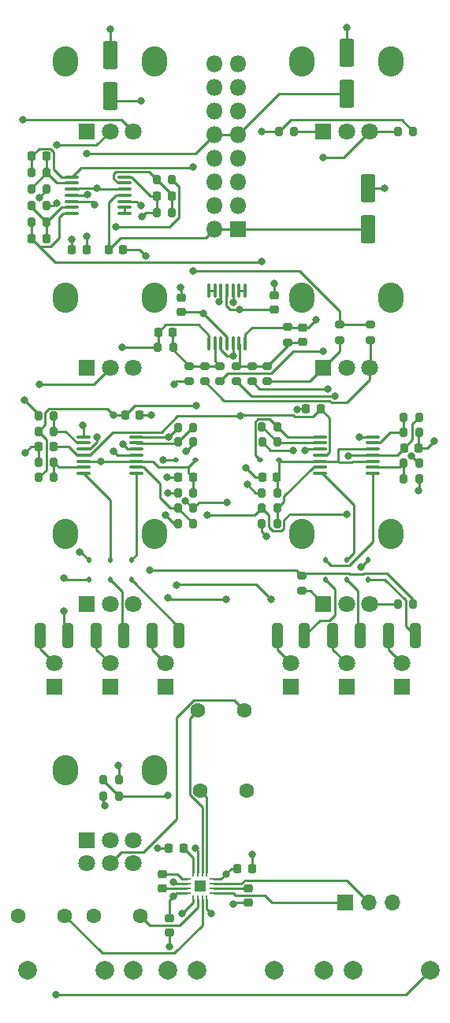
<source format=gbr>
%TF.GenerationSoftware,KiCad,Pcbnew,8.0.7*%
%TF.CreationDate,2025-01-10T16:02:56-05:00*%
%TF.ProjectId,output module,6f757470-7574-4206-9d6f-64756c652e6b,B*%
%TF.SameCoordinates,Original*%
%TF.FileFunction,Copper,L4,Bot*%
%TF.FilePolarity,Positive*%
%FSLAX46Y46*%
G04 Gerber Fmt 4.6, Leading zero omitted, Abs format (unit mm)*
G04 Created by KiCad (PCBNEW 8.0.7) date 2025-01-10 16:02:56*
%MOMM*%
%LPD*%
G01*
G04 APERTURE LIST*
G04 Aperture macros list*
%AMRoundRect*
0 Rectangle with rounded corners*
0 $1 Rounding radius*
0 $2 $3 $4 $5 $6 $7 $8 $9 X,Y pos of 4 corners*
0 Add a 4 corners polygon primitive as box body*
4,1,4,$2,$3,$4,$5,$6,$7,$8,$9,$2,$3,0*
0 Add four circle primitives for the rounded corners*
1,1,$1+$1,$2,$3*
1,1,$1+$1,$4,$5*
1,1,$1+$1,$6,$7*
1,1,$1+$1,$8,$9*
0 Add four rect primitives between the rounded corners*
20,1,$1+$1,$2,$3,$4,$5,0*
20,1,$1+$1,$4,$5,$6,$7,0*
20,1,$1+$1,$6,$7,$8,$9,0*
20,1,$1+$1,$8,$9,$2,$3,0*%
G04 Aperture macros list end*
%TA.AperFunction,ComponentPad*%
%ADD10C,1.600000*%
%TD*%
%TA.AperFunction,ComponentPad*%
%ADD11O,2.720000X3.240000*%
%TD*%
%TA.AperFunction,ComponentPad*%
%ADD12R,1.800000X1.800000*%
%TD*%
%TA.AperFunction,ComponentPad*%
%ADD13C,1.800000*%
%TD*%
%TA.AperFunction,ComponentPad*%
%ADD14C,2.000000*%
%TD*%
%TA.AperFunction,SMDPad,CuDef*%
%ADD15RoundRect,0.200000X0.200000X0.275000X-0.200000X0.275000X-0.200000X-0.275000X0.200000X-0.275000X0*%
%TD*%
%TA.AperFunction,ComponentPad*%
%ADD16R,1.700000X1.700000*%
%TD*%
%TA.AperFunction,ComponentPad*%
%ADD17O,1.700000X1.700000*%
%TD*%
%TA.AperFunction,SMDPad,CuDef*%
%ADD18RoundRect,0.200000X-0.200000X-0.275000X0.200000X-0.275000X0.200000X0.275000X-0.200000X0.275000X0*%
%TD*%
%TA.AperFunction,SMDPad,CuDef*%
%ADD19RoundRect,0.200000X0.275000X-0.200000X0.275000X0.200000X-0.275000X0.200000X-0.275000X-0.200000X0*%
%TD*%
%TA.AperFunction,SMDPad,CuDef*%
%ADD20RoundRect,0.112500X0.112500X-0.187500X0.112500X0.187500X-0.112500X0.187500X-0.112500X-0.187500X0*%
%TD*%
%TA.AperFunction,ComponentPad*%
%ADD21O,1.800000X1.800000*%
%TD*%
%TA.AperFunction,SMDPad,CuDef*%
%ADD22RoundRect,0.100000X0.100000X-0.637500X0.100000X0.637500X-0.100000X0.637500X-0.100000X-0.637500X0*%
%TD*%
%TA.AperFunction,SMDPad,CuDef*%
%ADD23RoundRect,0.250000X0.312500X1.075000X-0.312500X1.075000X-0.312500X-1.075000X0.312500X-1.075000X0*%
%TD*%
%TA.AperFunction,SMDPad,CuDef*%
%ADD24RoundRect,0.200000X-0.275000X0.200000X-0.275000X-0.200000X0.275000X-0.200000X0.275000X0.200000X0*%
%TD*%
%TA.AperFunction,SMDPad,CuDef*%
%ADD25RoundRect,0.225000X0.225000X0.250000X-0.225000X0.250000X-0.225000X-0.250000X0.225000X-0.250000X0*%
%TD*%
%TA.AperFunction,SMDPad,CuDef*%
%ADD26RoundRect,0.250000X-0.550000X1.250000X-0.550000X-1.250000X0.550000X-1.250000X0.550000X1.250000X0*%
%TD*%
%TA.AperFunction,SMDPad,CuDef*%
%ADD27RoundRect,0.225000X0.250000X-0.225000X0.250000X0.225000X-0.250000X0.225000X-0.250000X-0.225000X0*%
%TD*%
%TA.AperFunction,SMDPad,CuDef*%
%ADD28RoundRect,0.225000X-0.225000X-0.250000X0.225000X-0.250000X0.225000X0.250000X-0.225000X0.250000X0*%
%TD*%
%TA.AperFunction,SMDPad,CuDef*%
%ADD29RoundRect,0.062500X-0.350000X-0.062500X0.350000X-0.062500X0.350000X0.062500X-0.350000X0.062500X0*%
%TD*%
%TA.AperFunction,SMDPad,CuDef*%
%ADD30RoundRect,0.062500X-0.062500X-0.350000X0.062500X-0.350000X0.062500X0.350000X-0.062500X0.350000X0*%
%TD*%
%TA.AperFunction,SMDPad,CuDef*%
%ADD31R,1.230000X1.230000*%
%TD*%
%TA.AperFunction,SMDPad,CuDef*%
%ADD32RoundRect,0.100000X-0.637500X-0.100000X0.637500X-0.100000X0.637500X0.100000X-0.637500X0.100000X0*%
%TD*%
%TA.AperFunction,SMDPad,CuDef*%
%ADD33RoundRect,0.250000X0.550000X-1.250000X0.550000X1.250000X-0.550000X1.250000X-0.550000X-1.250000X0*%
%TD*%
%TA.AperFunction,SMDPad,CuDef*%
%ADD34RoundRect,0.100000X0.637500X0.100000X-0.637500X0.100000X-0.637500X-0.100000X0.637500X-0.100000X0*%
%TD*%
%TA.AperFunction,SMDPad,CuDef*%
%ADD35RoundRect,0.112500X0.187500X0.112500X-0.187500X0.112500X-0.187500X-0.112500X0.187500X-0.112500X0*%
%TD*%
%TA.AperFunction,SMDPad,CuDef*%
%ADD36RoundRect,0.225000X-0.250000X0.225000X-0.250000X-0.225000X0.250000X-0.225000X0.250000X0.225000X0*%
%TD*%
%TA.AperFunction,ViaPad*%
%ADD37C,0.800000*%
%TD*%
%TA.AperFunction,Conductor*%
%ADD38C,0.250000*%
%TD*%
G04 APERTURE END LIST*
D10*
%TO.P,C7,1*%
%TO.N,GND*%
X98766000Y-135890000D03*
%TO.P,C7,2*%
%TO.N,Net-(U2-INR-)*%
X93766000Y-135890000D03*
%TD*%
%TO.P,C6,1*%
%TO.N,Net-(C6-Pad1)*%
X98512000Y-127254000D03*
%TO.P,C6,2*%
%TO.N,Net-(U2-INR+)*%
X93512000Y-127254000D03*
%TD*%
%TO.P,C5,1*%
%TO.N,GND*%
X74208000Y-149352000D03*
%TO.P,C5,2*%
%TO.N,Net-(U2-INL-)*%
X79208000Y-149352000D03*
%TD*%
D11*
%TO.P,RV2,*%
%TO.N,*%
X79274000Y-82924000D03*
X88874000Y-82924000D03*
D12*
%TO.P,RV2,1,1*%
%TO.N,GND*%
X81574000Y-90424000D03*
D13*
%TO.P,RV2,2,2*%
%TO.N,Net-(R3-Pad1)*%
X84074000Y-90424000D03*
%TO.P,RV2,3,3*%
%TO.N,Net-(J2-PadT)*%
X86574000Y-90424000D03*
%TD*%
D11*
%TO.P,RV6,*%
%TO.N,*%
X104674000Y-82924000D03*
X114274000Y-82924000D03*
D12*
%TO.P,RV6,1,1*%
%TO.N,chan_2_right*%
X106974000Y-90424000D03*
D13*
%TO.P,RV6,2,2*%
%TO.N,GND*%
X109474000Y-90424000D03*
%TO.P,RV6,3,3*%
%TO.N,chan_2_left*%
X111974000Y-90424000D03*
%TD*%
D12*
%TO.P,D14,1,K*%
%TO.N,GND*%
X78105000Y-124714000D03*
D13*
%TO.P,D14,2,A*%
%TO.N,Net-(D14-A)*%
X78105000Y-122174000D03*
%TD*%
D11*
%TO.P,RV1,*%
%TO.N,*%
X79274000Y-57524000D03*
X88874000Y-57524000D03*
D12*
%TO.P,RV1,1,1*%
%TO.N,GND*%
X81574000Y-65024000D03*
D13*
%TO.P,RV1,2,2*%
%TO.N,Net-(R1-Pad1)*%
X84074000Y-65024000D03*
%TO.P,RV1,3,3*%
%TO.N,Net-(J1-PadT)*%
X86574000Y-65024000D03*
%TD*%
D12*
%TO.P,D13,1,K*%
%TO.N,GND*%
X84074000Y-124714000D03*
D13*
%TO.P,D13,2,A*%
%TO.N,Net-(D13-A)*%
X84074000Y-122174000D03*
%TD*%
D14*
%TO.P,J2,S*%
%TO.N,GND*%
X90294000Y-155194000D03*
%TO.P,J2,T*%
%TO.N,Net-(J2-PadT)*%
X101694000Y-155194000D03*
%TO.P,J2,TN*%
%TO.N,unconnected-(J2-PadTN)*%
X93394000Y-155194000D03*
%TD*%
D11*
%TO.P,RV7,*%
%TO.N,*%
X104674000Y-108324000D03*
X114274000Y-108324000D03*
D12*
%TO.P,RV7,1,1*%
%TO.N,chan_3_right*%
X106974000Y-115824000D03*
D13*
%TO.P,RV7,2,2*%
%TO.N,GND*%
X109474000Y-115824000D03*
%TO.P,RV7,3,3*%
%TO.N,chan_3_left*%
X111974000Y-115824000D03*
%TD*%
D14*
%TO.P,J3,S*%
%TO.N,GND*%
X107091000Y-155194000D03*
%TO.P,J3,T*%
%TO.N,Net-(J3-PadT)*%
X118491000Y-155194000D03*
%TO.P,J3,TN*%
%TO.N,unconnected-(J3-PadTN)*%
X110191000Y-155194000D03*
%TD*%
D11*
%TO.P,RV3,*%
%TO.N,*%
X79274000Y-108324000D03*
X88874000Y-108324000D03*
D12*
%TO.P,RV3,1,1*%
%TO.N,GND*%
X81574000Y-115824000D03*
D13*
%TO.P,RV3,2,2*%
%TO.N,Net-(R2-Pad1)*%
X84074000Y-115824000D03*
%TO.P,RV3,3,3*%
%TO.N,Net-(J3-PadT)*%
X86574000Y-115824000D03*
%TD*%
D11*
%TO.P,RV4,*%
%TO.N,*%
X79324000Y-133724000D03*
X88824000Y-133724000D03*
D12*
%TO.P,RV4,1,1*%
%TO.N,GND*%
X81574000Y-141224000D03*
D13*
%TO.P,RV4,2,2*%
%TO.N,Net-(C4-Pad1)*%
X84074000Y-141224000D03*
%TO.P,RV4,3,3*%
%TO.N,left_mix*%
X86574000Y-141224000D03*
%TO.P,RV4,4,4*%
%TO.N,GND*%
X81574000Y-143724000D03*
%TO.P,RV4,5,5*%
%TO.N,Net-(C6-Pad1)*%
X84074000Y-143724000D03*
%TO.P,RV4,6,6*%
%TO.N,right_mix*%
X86574000Y-143724000D03*
%TD*%
D14*
%TO.P,J1,S*%
%TO.N,GND*%
X86584000Y-155194000D03*
%TO.P,J1,T*%
%TO.N,Net-(J1-PadT)*%
X75184000Y-155194000D03*
%TO.P,J1,TN*%
%TO.N,unconnected-(J1-PadTN)*%
X83484000Y-155194000D03*
%TD*%
D12*
%TO.P,D5,1,K*%
%TO.N,GND*%
X103505000Y-124714000D03*
D13*
%TO.P,D5,2,A*%
%TO.N,Net-(D5-A)*%
X103505000Y-122174000D03*
%TD*%
D12*
%TO.P,D12,1,K*%
%TO.N,GND*%
X90043000Y-124714000D03*
D13*
%TO.P,D12,2,A*%
%TO.N,Net-(D12-A)*%
X90043000Y-122174000D03*
%TD*%
D12*
%TO.P,D7,1,K*%
%TO.N,GND*%
X115443000Y-124714000D03*
D13*
%TO.P,D7,2,A*%
%TO.N,Net-(D7-A)*%
X115443000Y-122174000D03*
%TD*%
D12*
%TO.P,D6,1,K*%
%TO.N,GND*%
X109474000Y-124714000D03*
D13*
%TO.P,D6,2,A*%
%TO.N,Net-(D6-A)*%
X109474000Y-122174000D03*
%TD*%
D15*
%TO.P,R27,1*%
%TO.N,Net-(U4C--)*%
X102044000Y-107188000D03*
%TO.P,R27,2*%
%TO.N,GND*%
X100394000Y-107188000D03*
%TD*%
D16*
%TO.P,J4,1,Pin_1*%
%TO.N,left_out*%
X109362000Y-147955000D03*
D17*
%TO.P,J4,2,Pin_2*%
%TO.N,right_out*%
X111902000Y-147955000D03*
%TO.P,J4,3,Pin_3*%
%TO.N,GND*%
X114442000Y-147955000D03*
%TD*%
D18*
%TO.P,R26,1*%
%TO.N,GND*%
X100419400Y-98425000D03*
%TO.P,R26,2*%
%TO.N,Net-(U4D--)*%
X102069400Y-98425000D03*
%TD*%
D19*
%TO.P,R16,1*%
%TO.N,chan_2_left*%
X94234000Y-91896000D03*
%TO.P,R16,2*%
%TO.N,Net-(U5B--)*%
X94234000Y-90246000D03*
%TD*%
%TO.P,R19,1*%
%TO.N,chan_2_right*%
X100965000Y-91884000D03*
%TO.P,R19,2*%
%TO.N,Net-(U5A--)*%
X100965000Y-90234000D03*
%TD*%
D15*
%TO.P,R39,1*%
%TO.N,Net-(U3C--)*%
X78041000Y-100584000D03*
%TO.P,R39,2*%
%TO.N,GND*%
X76391000Y-100584000D03*
%TD*%
D20*
%TO.P,D4,1,K*%
%TO.N,Net-(D4-K)*%
X107188000Y-113191000D03*
%TO.P,D4,2,A*%
%TO.N,Net-(D4-A)*%
X107188000Y-111091000D03*
%TD*%
D12*
%TO.P,J6,1,-12V*%
%TO.N,-12V*%
X97790000Y-75565000D03*
D21*
%TO.P,J6,2,-12V*%
X95250000Y-75565000D03*
%TO.P,J6,3,gnd*%
%TO.N,GND*%
X97790000Y-73025000D03*
%TO.P,J6,4,gnd*%
X95250000Y-73025000D03*
%TO.P,J6,5,gnd*%
X97790000Y-70485000D03*
%TO.P,J6,6,gnd*%
X95250000Y-70485000D03*
%TO.P,J6,7,gnd*%
X97790000Y-67945000D03*
%TO.P,J6,8,gnd*%
X95250000Y-67945000D03*
%TO.P,J6,9,+12V*%
%TO.N,+12V*%
X97790000Y-65405000D03*
%TO.P,J6,10,+12V*%
X95250000Y-65405000D03*
%TO.P,J6,11,+5V*%
%TO.N,+5V*%
X97790000Y-62865000D03*
%TO.P,J6,12,+5V*%
X95250000Y-62865000D03*
%TO.P,J6,13,cv*%
%TO.N,unconnected-(J6-cv-Pad13)*%
X97790000Y-60325000D03*
%TO.P,J6,14,cv*%
%TO.N,unconnected-(J6-cv-Pad14)*%
X95252858Y-60325000D03*
%TO.P,J6,15,gate*%
%TO.N,unconnected-(J6-gate-Pad15)*%
X97790000Y-57785000D03*
%TO.P,J6,16,gate*%
%TO.N,unconnected-(J6-gate-Pad16)*%
X95250000Y-57785000D03*
%TD*%
D18*
%TO.P,R46,1*%
%TO.N,GND*%
X91377000Y-103886000D03*
%TO.P,R46,2*%
%TO.N,left_peak*%
X93027000Y-103886000D03*
%TD*%
D22*
%TO.P,U5,1*%
%TO.N,right_mix*%
X98597000Y-87825500D03*
%TO.P,U5,2,-*%
%TO.N,Net-(U5A--)*%
X97947000Y-87825500D03*
%TO.P,U5,3,+*%
%TO.N,GND*%
X97297000Y-87825500D03*
%TO.P,U5,4,V+*%
%TO.N,+12V*%
X96647000Y-87825500D03*
%TO.P,U5,5,+*%
%TO.N,GND*%
X95997000Y-87825500D03*
%TO.P,U5,6,-*%
%TO.N,Net-(U5B--)*%
X95347000Y-87825500D03*
%TO.P,U5,7*%
%TO.N,left_mix*%
X94697000Y-87825500D03*
%TO.P,U5,8*%
%TO.N,Net-(U5C--)*%
X94697000Y-82100500D03*
%TO.P,U5,9,-*%
X95347000Y-82100500D03*
%TO.P,U5,10,+*%
%TO.N,GND*%
X95997000Y-82100500D03*
%TO.P,U5,11,V-*%
%TO.N,-12V*%
X96647000Y-82100500D03*
%TO.P,U5,12,+*%
%TO.N,GND*%
X97297000Y-82100500D03*
%TO.P,U5,13,-*%
%TO.N,Net-(U5D--)*%
X97947000Y-82100500D03*
%TO.P,U5,14*%
X98597000Y-82100500D03*
%TD*%
D23*
%TO.P,R33,1*%
%TO.N,Net-(D3-K)*%
X116905500Y-119253000D03*
%TO.P,R33,2*%
%TO.N,Net-(D7-A)*%
X113980500Y-119253000D03*
%TD*%
D24*
%TO.P,R11,1*%
%TO.N,chan_2*%
X112014000Y-85789000D03*
%TO.P,R11,2*%
%TO.N,chan_2_left*%
X112014000Y-87439000D03*
%TD*%
D25*
%TO.P,C2,1*%
%TO.N,Net-(U1C--)*%
X90691000Y-72009000D03*
%TO.P,C2,2*%
%TO.N,chan_3*%
X89141000Y-72009000D03*
%TD*%
D23*
%TO.P,R31,1*%
%TO.N,Net-(D4-K)*%
X104967500Y-119253000D03*
%TO.P,R31,2*%
%TO.N,Net-(D5-A)*%
X102042500Y-119253000D03*
%TD*%
D26*
%TO.P,C23,1*%
%TO.N,GND*%
X111810800Y-71129800D03*
%TO.P,C23,2*%
%TO.N,-12V*%
X111810800Y-75529800D03*
%TD*%
D24*
%TO.P,R14,1*%
%TO.N,chan_3*%
X104648000Y-112776000D03*
%TO.P,R14,2*%
%TO.N,chan_3_right*%
X104648000Y-114426000D03*
%TD*%
D20*
%TO.P,D9,1,K*%
%TO.N,Net-(D9-K)*%
X84074000Y-113191000D03*
%TO.P,D9,2,A*%
%TO.N,Net-(D9-A)*%
X84074000Y-111091000D03*
%TD*%
D15*
%TO.P,R8,1*%
%TO.N,SHDN*%
X85026000Y-136495000D03*
%TO.P,R8,2*%
%TO.N,GND*%
X83376000Y-136495000D03*
%TD*%
D19*
%TO.P,R22,1*%
%TO.N,Net-(U5A--)*%
X103124000Y-87693000D03*
%TO.P,R22,2*%
%TO.N,right_mix*%
X103124000Y-86043000D03*
%TD*%
D15*
%TO.P,R7,1*%
%TO.N,+5V*%
X85026000Y-134747000D03*
%TO.P,R7,2*%
%TO.N,SHDN*%
X83376000Y-134747000D03*
%TD*%
%TO.P,R35,1*%
%TO.N,Net-(U3C--)*%
X78041000Y-102235000D03*
%TO.P,R35,2*%
%TO.N,+12V*%
X76391000Y-102235000D03*
%TD*%
%TO.P,R40,1*%
%TO.N,Net-(U3D--)*%
X78041000Y-95631000D03*
%TO.P,R40,2*%
%TO.N,GND*%
X76391000Y-95631000D03*
%TD*%
D27*
%TO.P,C14,1*%
%TO.N,Net-(U5A--)*%
X104775000Y-87643000D03*
%TO.P,C14,2*%
%TO.N,right_mix*%
X104775000Y-86093000D03*
%TD*%
D19*
%TO.P,R20,1*%
%TO.N,chan_3_right*%
X99314000Y-91884000D03*
%TO.P,R20,2*%
%TO.N,Net-(U5A--)*%
X99314000Y-90234000D03*
%TD*%
D28*
%TO.P,C10,1*%
%TO.N,+5V*%
X97764000Y-144272000D03*
%TO.P,C10,2*%
%TO.N,GND*%
X99314000Y-144272000D03*
%TD*%
D15*
%TO.P,R23,1*%
%TO.N,Net-(U4C--)*%
X102044000Y-105537000D03*
%TO.P,R23,2*%
%TO.N,+12V*%
X100394000Y-105537000D03*
%TD*%
D25*
%TO.P,C13,1*%
%TO.N,Net-(U5B--)*%
X90818000Y-86614000D03*
%TO.P,C13,2*%
%TO.N,left_mix*%
X89268000Y-86614000D03*
%TD*%
D15*
%TO.P,R2,1*%
%TO.N,Net-(R2-Pad1)*%
X90741000Y-70231000D03*
%TO.P,R2,2*%
%TO.N,Net-(U1C--)*%
X89091000Y-70231000D03*
%TD*%
D28*
%TO.P,C24,1*%
%TO.N,+12V*%
X115684000Y-99060000D03*
%TO.P,C24,2*%
%TO.N,GND*%
X117234000Y-99060000D03*
%TD*%
D20*
%TO.P,D11,1,K*%
%TO.N,Net-(D11-K)*%
X86360000Y-113191000D03*
%TO.P,D11,2,A*%
%TO.N,Net-(D11-A)*%
X86360000Y-111091000D03*
%TD*%
D23*
%TO.P,R43,1*%
%TO.N,Net-(D11-K)*%
X91505500Y-119253000D03*
%TO.P,R43,2*%
%TO.N,Net-(D12-A)*%
X88580500Y-119253000D03*
%TD*%
D19*
%TO.P,R18,1*%
%TO.N,chan_1_right*%
X97663000Y-91884000D03*
%TO.P,R18,2*%
%TO.N,Net-(U5A--)*%
X97663000Y-90234000D03*
%TD*%
D18*
%TO.P,R28,1*%
%TO.N,Net-(U4A--)*%
X115634000Y-97409000D03*
%TO.P,R28,2*%
%TO.N,GND*%
X117284000Y-97409000D03*
%TD*%
D15*
%TO.P,R13,1*%
%TO.N,chan_3*%
X116649000Y-115824000D03*
%TO.P,R13,2*%
%TO.N,chan_3_left*%
X114999000Y-115824000D03*
%TD*%
D19*
%TO.P,R17,1*%
%TO.N,chan_3_left*%
X92583000Y-91884000D03*
%TO.P,R17,2*%
%TO.N,Net-(U5B--)*%
X92583000Y-90234000D03*
%TD*%
D18*
%TO.P,R10,1*%
%TO.N,chan_1*%
X102222800Y-65049400D03*
%TO.P,R10,2*%
%TO.N,chan_1_right*%
X103872800Y-65049400D03*
%TD*%
D29*
%TO.P,U2,1,PVDD*%
%TO.N,+5V*%
X92288500Y-146927000D03*
%TO.P,U2,2,C1P*%
%TO.N,Net-(U2-C1P)*%
X92288500Y-146427000D03*
%TO.P,U2,3,PGND*%
%TO.N,GND*%
X92288500Y-145927000D03*
%TO.P,U2,4,C1N*%
%TO.N,Net-(U2-C1N)*%
X92288500Y-145427000D03*
D30*
%TO.P,U2,5,PVSS*%
%TO.N,Net-(U2-PVSS)*%
X92976000Y-144739500D03*
%TO.P,U2,6,SGND*%
%TO.N,GND*%
X93476000Y-144739500D03*
%TO.P,U2,7,INR+*%
%TO.N,Net-(U2-INR+)*%
X93976000Y-144739500D03*
%TO.P,U2,8,INR-*%
%TO.N,Net-(U2-INR-)*%
X94476000Y-144739500D03*
D29*
%TO.P,U2,9,SVDD2*%
%TO.N,+5V*%
X95163500Y-145427000D03*
%TO.P,U2,10,OUTR*%
%TO.N,right_out*%
X95163500Y-145927000D03*
%TO.P,U2,11,BIAS*%
%TO.N,Net-(U2-BIAS)*%
X95163500Y-146427000D03*
%TO.P,U2,12,OUTL*%
%TO.N,left_out*%
X95163500Y-146927000D03*
D30*
%TO.P,U2,13,SVDD*%
%TO.N,+5V*%
X94476000Y-147614500D03*
%TO.P,U2,14,INL-*%
%TO.N,Net-(U2-INL-)*%
X93976000Y-147614500D03*
%TO.P,U2,15,INL+*%
%TO.N,Net-(U2-INL+)*%
X93476000Y-147614500D03*
%TO.P,U2,16,SHDN*%
%TO.N,SHDN*%
X92976000Y-147614500D03*
D31*
%TO.P,U2,17*%
%TO.N,N/C*%
X93726000Y-146177000D03*
%TD*%
D32*
%TO.P,U1,1*%
%TO.N,chan_1*%
X79941500Y-73832000D03*
%TO.P,U1,2,-*%
%TO.N,Net-(U1A--)*%
X79941500Y-73182000D03*
%TO.P,U1,3,+*%
%TO.N,GND*%
X79941500Y-72532000D03*
%TO.P,U1,4,V+*%
%TO.N,+12V*%
X79941500Y-71882000D03*
%TO.P,U1,5,+*%
%TO.N,GND*%
X79941500Y-71232000D03*
%TO.P,U1,6,-*%
%TO.N,Net-(U1B--)*%
X79941500Y-70582000D03*
%TO.P,U1,7*%
%TO.N,chan_2*%
X79941500Y-69932000D03*
%TO.P,U1,8*%
%TO.N,chan_3*%
X85666500Y-69932000D03*
%TO.P,U1,9,-*%
%TO.N,Net-(U1C--)*%
X85666500Y-70582000D03*
%TO.P,U1,10,+*%
%TO.N,GND*%
X85666500Y-71232000D03*
%TO.P,U1,11,V-*%
%TO.N,-12V*%
X85666500Y-71882000D03*
%TO.P,U1,12,+*%
%TO.N,GND*%
X85666500Y-72532000D03*
%TO.P,U1,13,-*%
%TO.N,Net-(U1D--)*%
X85666500Y-73182000D03*
%TO.P,U1,14*%
X85666500Y-73832000D03*
%TD*%
D20*
%TO.P,D2,1,K*%
%TO.N,Net-(D2-K)*%
X109474000Y-113191000D03*
%TO.P,D2,2,A*%
%TO.N,Net-(D2-A)*%
X109474000Y-111091000D03*
%TD*%
D15*
%TO.P,R41,1*%
%TO.N,Net-(U3B--)*%
X93027000Y-107188000D03*
%TO.P,R41,2*%
%TO.N,GND*%
X91377000Y-107188000D03*
%TD*%
D18*
%TO.P,R25,1*%
%TO.N,Net-(U4B--)*%
X115634000Y-100711000D03*
%TO.P,R25,2*%
%TO.N,+5V*%
X117284000Y-100711000D03*
%TD*%
D33*
%TO.P,C21,1*%
%TO.N,+12V*%
X109474000Y-61001000D03*
%TO.P,C21,2*%
%TO.N,GND*%
X109474000Y-56601000D03*
%TD*%
D28*
%TO.P,C25,1*%
%TO.N,GND*%
X105143000Y-94869000D03*
%TO.P,C25,2*%
%TO.N,-12V*%
X106693000Y-94869000D03*
%TD*%
D15*
%TO.P,R38,1*%
%TO.N,GND*%
X93027000Y-98425000D03*
%TO.P,R38,2*%
%TO.N,Net-(U3A--)*%
X91377000Y-98425000D03*
%TD*%
D25*
%TO.P,C9,1*%
%TO.N,Net-(U2-PVSS)*%
X91961000Y-142113000D03*
%TO.P,C9,2*%
%TO.N,GND*%
X90411000Y-142113000D03*
%TD*%
D20*
%TO.P,D3,1,K*%
%TO.N,Net-(D3-K)*%
X111760000Y-113191000D03*
%TO.P,D3,2,A*%
%TO.N,Net-(D3-A)*%
X111760000Y-111091000D03*
%TD*%
D34*
%TO.P,U4,1*%
%TO.N,Net-(D3-A)*%
X112336500Y-97872000D03*
%TO.P,U4,2,-*%
%TO.N,Net-(U4A--)*%
X112336500Y-98522000D03*
%TO.P,U4,3,+*%
%TO.N,right_peak*%
X112336500Y-99172000D03*
%TO.P,U4,4,V+*%
%TO.N,+12V*%
X112336500Y-99822000D03*
%TO.P,U4,5,+*%
%TO.N,right_peak*%
X112336500Y-100472000D03*
%TO.P,U4,6,-*%
%TO.N,Net-(U4B--)*%
X112336500Y-101122000D03*
%TO.P,U4,7*%
%TO.N,Net-(D4-A)*%
X112336500Y-101772000D03*
%TO.P,U4,8*%
%TO.N,Net-(D2-A)*%
X106611500Y-101772000D03*
%TO.P,U4,9,-*%
%TO.N,Net-(U4C--)*%
X106611500Y-101122000D03*
%TO.P,U4,10,+*%
%TO.N,right_peak*%
X106611500Y-100472000D03*
%TO.P,U4,11,V-*%
%TO.N,-12V*%
X106611500Y-99822000D03*
%TO.P,U4,12,+*%
%TO.N,right_mix*%
X106611500Y-99172000D03*
%TO.P,U4,13,-*%
%TO.N,Net-(U4D--)*%
X106611500Y-98522000D03*
%TO.P,U4,14*%
%TO.N,Net-(D1-A)*%
X106611500Y-97872000D03*
%TD*%
D18*
%TO.P,R30,1*%
%TO.N,Net-(U4D--)*%
X100394000Y-96748600D03*
%TO.P,R30,2*%
%TO.N,Net-(D1-A)*%
X102044000Y-96748600D03*
%TD*%
D23*
%TO.P,R44,1*%
%TO.N,Net-(D9-K)*%
X85536500Y-119253000D03*
%TO.P,R44,2*%
%TO.N,Net-(D13-A)*%
X82611500Y-119253000D03*
%TD*%
D33*
%TO.P,C22,1*%
%TO.N,+5V*%
X84074000Y-61255000D03*
%TO.P,C22,2*%
%TO.N,GND*%
X84074000Y-56855000D03*
%TD*%
D25*
%TO.P,C18,1*%
%TO.N,GND*%
X85484000Y-77724000D03*
%TO.P,C18,2*%
%TO.N,-12V*%
X83934000Y-77724000D03*
%TD*%
D24*
%TO.P,R12,1*%
%TO.N,chan_2*%
X108712000Y-85789000D03*
%TO.P,R12,2*%
%TO.N,chan_2_right*%
X108712000Y-87439000D03*
%TD*%
D15*
%TO.P,R5,1*%
%TO.N,Net-(U1C--)*%
X90741000Y-73787000D03*
%TO.P,R5,2*%
%TO.N,chan_3*%
X89091000Y-73787000D03*
%TD*%
D35*
%TO.P,D8,1,K*%
%TO.N,left_peak*%
X93252000Y-100330000D03*
%TO.P,D8,2,A*%
%TO.N,Net-(D8-A)*%
X91152000Y-100330000D03*
%TD*%
D25*
%TO.P,C1,1*%
%TO.N,Net-(U1A--)*%
X77229000Y-76581000D03*
%TO.P,C1,2*%
%TO.N,chan_1*%
X75679000Y-76581000D03*
%TD*%
D18*
%TO.P,R37,1*%
%TO.N,Net-(U3B--)*%
X91377000Y-105537000D03*
%TO.P,R37,2*%
%TO.N,+5V*%
X93027000Y-105537000D03*
%TD*%
D27*
%TO.P,C19,1*%
%TO.N,+12V*%
X91694000Y-84468000D03*
%TO.P,C19,2*%
%TO.N,GND*%
X91694000Y-82918000D03*
%TD*%
D34*
%TO.P,U3,1*%
%TO.N,Net-(D8-A)*%
X86936500Y-97872000D03*
%TO.P,U3,2,-*%
%TO.N,Net-(U3A--)*%
X86936500Y-98522000D03*
%TO.P,U3,3,+*%
%TO.N,left_mix*%
X86936500Y-99172000D03*
%TO.P,U3,4,V+*%
%TO.N,+12V*%
X86936500Y-99822000D03*
%TO.P,U3,5,+*%
%TO.N,left_peak*%
X86936500Y-100472000D03*
%TO.P,U3,6,-*%
%TO.N,Net-(U3B--)*%
X86936500Y-101122000D03*
%TO.P,U3,7*%
%TO.N,Net-(D11-A)*%
X86936500Y-101772000D03*
%TO.P,U3,8*%
%TO.N,Net-(D9-A)*%
X81211500Y-101772000D03*
%TO.P,U3,9,-*%
%TO.N,Net-(U3C--)*%
X81211500Y-101122000D03*
%TO.P,U3,10,+*%
%TO.N,left_peak*%
X81211500Y-100472000D03*
%TO.P,U3,11,V-*%
%TO.N,-12V*%
X81211500Y-99822000D03*
%TO.P,U3,12,+*%
%TO.N,left_peak*%
X81211500Y-99172000D03*
%TO.P,U3,13,-*%
%TO.N,Net-(U3D--)*%
X81211500Y-98522000D03*
%TO.P,U3,14*%
%TO.N,Net-(D10-A)*%
X81211500Y-97872000D03*
%TD*%
D20*
%TO.P,D10,1,K*%
%TO.N,Net-(D10-K)*%
X81788000Y-113191000D03*
%TO.P,D10,2,A*%
%TO.N,Net-(D10-A)*%
X81788000Y-111091000D03*
%TD*%
D15*
%TO.P,R42,1*%
%TO.N,Net-(U3A--)*%
X93027000Y-96901000D03*
%TO.P,R42,2*%
%TO.N,Net-(D8-A)*%
X91377000Y-96901000D03*
%TD*%
D36*
%TO.P,C11,1*%
%TO.N,Net-(U2-BIAS)*%
X98933000Y-146418000D03*
%TO.P,C11,2*%
%TO.N,GND*%
X98933000Y-147968000D03*
%TD*%
D15*
%TO.P,R3,1*%
%TO.N,Net-(R3-Pad1)*%
X77279000Y-71247000D03*
%TO.P,R3,2*%
%TO.N,Net-(U1B--)*%
X75629000Y-71247000D03*
%TD*%
D28*
%TO.P,C27,1*%
%TO.N,GND*%
X76441000Y-98933000D03*
%TO.P,C27,2*%
%TO.N,-12V*%
X77991000Y-98933000D03*
%TD*%
D35*
%TO.P,D1,1,K*%
%TO.N,right_peak*%
X102269000Y-100330000D03*
%TO.P,D1,2,A*%
%TO.N,Net-(D1-A)*%
X100169000Y-100330000D03*
%TD*%
D36*
%TO.P,C20,1*%
%TO.N,GND*%
X101727000Y-82664000D03*
%TO.P,C20,2*%
%TO.N,-12V*%
X101727000Y-84214000D03*
%TD*%
D25*
%TO.P,C17,1*%
%TO.N,+12V*%
X81547000Y-77724000D03*
%TO.P,C17,2*%
%TO.N,GND*%
X79997000Y-77724000D03*
%TD*%
D36*
%TO.P,C8,1*%
%TO.N,Net-(U2-C1N)*%
X89662000Y-144894000D03*
%TO.P,C8,2*%
%TO.N,Net-(U2-C1P)*%
X89662000Y-146444000D03*
%TD*%
D23*
%TO.P,R45,1*%
%TO.N,Net-(D10-K)*%
X79506000Y-119253000D03*
%TO.P,R45,2*%
%TO.N,Net-(D14-A)*%
X76581000Y-119253000D03*
%TD*%
D25*
%TO.P,C16,1*%
%TO.N,left_peak*%
X92977000Y-102235000D03*
%TO.P,C16,2*%
%TO.N,GND*%
X91427000Y-102235000D03*
%TD*%
D15*
%TO.P,R9,1*%
%TO.N,chan_1*%
X116649000Y-65024000D03*
%TO.P,R9,2*%
%TO.N,chan_1_left*%
X114999000Y-65024000D03*
%TD*%
%TO.P,R6,1*%
%TO.N,Net-(U1B--)*%
X77279000Y-69469000D03*
%TO.P,R6,2*%
%TO.N,chan_2*%
X75629000Y-69469000D03*
%TD*%
D18*
%TO.P,R24,1*%
%TO.N,Net-(U4A--)*%
X115634000Y-95758000D03*
%TO.P,R24,2*%
%TO.N,+12V*%
X117284000Y-95758000D03*
%TD*%
%TO.P,R34,1*%
%TO.N,GND*%
X100394000Y-103886000D03*
%TO.P,R34,2*%
%TO.N,right_peak*%
X102044000Y-103886000D03*
%TD*%
D15*
%TO.P,R1,1*%
%TO.N,Net-(R1-Pad1)*%
X77279000Y-73025000D03*
%TO.P,R1,2*%
%TO.N,Net-(U1A--)*%
X75629000Y-73025000D03*
%TD*%
%TO.P,R4,1*%
%TO.N,Net-(U1A--)*%
X77279000Y-74803000D03*
%TO.P,R4,2*%
%TO.N,chan_1*%
X75629000Y-74803000D03*
%TD*%
D25*
%TO.P,C15,1*%
%TO.N,right_peak*%
X101994000Y-102235000D03*
%TO.P,C15,2*%
%TO.N,GND*%
X100444000Y-102235000D03*
%TD*%
D23*
%TO.P,R32,1*%
%TO.N,Net-(D2-K)*%
X110936500Y-119253000D03*
%TO.P,R32,2*%
%TO.N,Net-(D6-A)*%
X108011500Y-119253000D03*
%TD*%
D28*
%TO.P,C26,1*%
%TO.N,+12V*%
X85712000Y-95504000D03*
%TO.P,C26,2*%
%TO.N,GND*%
X87262000Y-95504000D03*
%TD*%
D25*
%TO.P,C3,1*%
%TO.N,Net-(U1B--)*%
X77229000Y-67691000D03*
%TO.P,C3,2*%
%TO.N,chan_2*%
X75679000Y-67691000D03*
%TD*%
D15*
%TO.P,R36,1*%
%TO.N,Net-(U3D--)*%
X78041000Y-97282000D03*
%TO.P,R36,2*%
%TO.N,+12V*%
X76391000Y-97282000D03*
%TD*%
D18*
%TO.P,R29,1*%
%TO.N,Net-(U4B--)*%
X115634000Y-102362000D03*
%TO.P,R29,2*%
%TO.N,GND*%
X117284000Y-102362000D03*
%TD*%
D19*
%TO.P,R15,1*%
%TO.N,chan_1_left*%
X95885000Y-91896000D03*
%TO.P,R15,2*%
%TO.N,Net-(U5B--)*%
X95885000Y-90246000D03*
%TD*%
D15*
%TO.P,R21,1*%
%TO.N,Net-(U5B--)*%
X90868000Y-88265000D03*
%TO.P,R21,2*%
%TO.N,left_mix*%
X89218000Y-88265000D03*
%TD*%
D11*
%TO.P,RV5,*%
%TO.N,*%
X104674000Y-57524000D03*
X114274000Y-57524000D03*
D12*
%TO.P,RV5,1,1*%
%TO.N,chan_1_right*%
X106974000Y-65024000D03*
D13*
%TO.P,RV5,2,2*%
%TO.N,GND*%
X109474000Y-65024000D03*
%TO.P,RV5,3,3*%
%TO.N,chan_1_left*%
X111974000Y-65024000D03*
%TD*%
D10*
%TO.P,C4,1*%
%TO.N,Net-(C4-Pad1)*%
X82296000Y-149352000D03*
%TO.P,C4,2*%
%TO.N,Net-(U2-INL+)*%
X87296000Y-149352000D03*
%TD*%
D36*
%TO.P,C12,1*%
%TO.N,+5V*%
X90424000Y-149593000D03*
%TO.P,C12,2*%
%TO.N,GND*%
X90424000Y-151143000D03*
%TD*%
D37*
%TO.N,+5V*%
X90868500Y-147256500D03*
X96583500Y-144843500D03*
%TO.N,GND*%
X99314000Y-142748000D03*
%TO.N,chan_3_left*%
X101346000Y-115316000D03*
X91186000Y-113792000D03*
X90932000Y-92202000D03*
%TO.N,Net-(J2-PadT)*%
X96520000Y-115316000D03*
%TO.N,GND*%
X74930000Y-99568000D03*
X90424000Y-152654000D03*
%TO.N,Net-(R3-Pad1)*%
X76454000Y-92202000D03*
%TO.N,chan_1_left*%
X106934000Y-67818000D03*
%TO.N,chan_3_right*%
X107442000Y-92710000D03*
%TO.N,chan_1_right*%
X108204000Y-93472000D03*
%TO.N,chan_1*%
X100330000Y-65024000D03*
X100330000Y-78994000D03*
%TO.N,chan_3*%
X87503000Y-74168000D03*
X88332799Y-112200201D03*
%TO.N,chan_2*%
X92964000Y-68834000D03*
X92964000Y-80010000D03*
%TO.N,GND*%
X82448400Y-72872600D03*
X90297000Y-103886000D03*
X89154000Y-142113000D03*
X100893577Y-108566412D03*
X95820998Y-83344360D03*
X74908500Y-93912201D03*
X104214783Y-94958500D03*
X103759000Y-99314000D03*
X90907022Y-145702500D03*
X87913500Y-78394689D03*
X84074000Y-54025800D03*
X118872000Y-98298000D03*
X93218000Y-142113000D03*
X97282000Y-89154000D03*
X88523500Y-95504000D03*
X90170000Y-102235000D03*
X117221000Y-103632000D03*
X83528500Y-137531306D03*
X97282000Y-148082000D03*
X90043000Y-106299000D03*
X79959200Y-76631800D03*
X87426800Y-73025000D03*
X101752400Y-81407000D03*
X92202000Y-99441000D03*
X98806000Y-102997000D03*
X82702400Y-71094600D03*
X97280277Y-83394841D03*
X109474000Y-53873400D03*
X113563400Y-71170800D03*
X91643200Y-81762600D03*
X98679000Y-101219000D03*
%TO.N,+5V*%
X84963000Y-133223000D03*
X116460207Y-99925327D03*
X87376000Y-61696600D03*
X92160525Y-104715466D03*
X96647000Y-104902000D03*
X94983000Y-149074168D03*
%TO.N,left_mix*%
X85471000Y-98679000D03*
X85344000Y-88265000D03*
%TO.N,right_mix*%
X105029000Y-99314000D03*
X106229506Y-85232191D03*
%TO.N,left_peak*%
X83058000Y-100472000D03*
X82677000Y-97917000D03*
%TO.N,+12V*%
X94488000Y-106299000D03*
X81584800Y-76276200D03*
X109474000Y-106172000D03*
X81584800Y-67437000D03*
X94099520Y-84589480D03*
X84455000Y-95504000D03*
X93345000Y-94488000D03*
X109691088Y-99911500D03*
X81613791Y-71827912D03*
X84455001Y-99371502D03*
%TO.N,-12V*%
X97994498Y-84201000D03*
X98044000Y-95631000D03*
%TO.N,Net-(D3-A)*%
X110871000Y-97917000D03*
X110998000Y-111887000D03*
%TO.N,Net-(D8-A)*%
X90406000Y-97872000D03*
X89789000Y-100330000D03*
%TO.N,Net-(D10-K)*%
X79121000Y-113030000D03*
X79121000Y-116586000D03*
%TO.N,Net-(D10-A)*%
X80772000Y-110236000D03*
X81153000Y-96647000D03*
%TO.N,Net-(J1-PadT)*%
X74676000Y-63754000D03*
%TO.N,Net-(J2-PadT)*%
X90297000Y-115189000D03*
%TO.N,Net-(J3-PadT)*%
X78232000Y-157861000D03*
%TO.N,Net-(R1-Pad1)*%
X78333600Y-66471800D03*
X78333600Y-72720200D03*
%TO.N,Net-(R2-Pad1)*%
X84709000Y-75311000D03*
%TO.N,Net-(R3-Pad1)*%
X76454000Y-72110600D03*
%TO.N,SHDN*%
X91821000Y-149098000D03*
X90297000Y-136398000D03*
%TO.N,chan_1_left*%
X106934000Y-88646000D03*
%TD*%
D38*
%TO.N,+5V*%
X94476000Y-147614500D02*
X94476000Y-148567168D01*
X94476000Y-148567168D02*
X94983000Y-149074168D01*
X91198000Y-146927000D02*
X92288500Y-146927000D01*
X90424000Y-147701000D02*
X91198000Y-146927000D01*
X90424000Y-149593000D02*
X90424000Y-147701000D01*
X97155000Y-144272000D02*
X97764000Y-144272000D01*
X96000000Y-145427000D02*
X97155000Y-144272000D01*
X95163500Y-145427000D02*
X96000000Y-145427000D01*
%TO.N,GND*%
X99314000Y-144272000D02*
X99314000Y-142748000D01*
%TO.N,chan_3_left*%
X99731000Y-113701000D02*
X101346000Y-115316000D01*
X91277000Y-113701000D02*
X99731000Y-113701000D01*
X91186000Y-113792000D02*
X91277000Y-113701000D01*
X92583000Y-91884000D02*
X91250000Y-91884000D01*
X91250000Y-91884000D02*
X90932000Y-92202000D01*
%TO.N,Net-(J2-PadT)*%
X96520000Y-115316000D02*
X90424000Y-115316000D01*
X90424000Y-115316000D02*
X90297000Y-115189000D01*
%TO.N,Net-(C6-Pad1)*%
X87625000Y-142499000D02*
X85299000Y-142499000D01*
X91186000Y-138938000D02*
X87625000Y-142499000D01*
X91186000Y-127989009D02*
X91186000Y-138938000D01*
X85299000Y-142499000D02*
X84074000Y-143724000D01*
X97387000Y-126129000D02*
X93046009Y-126129000D01*
X98512000Y-127254000D02*
X97387000Y-126129000D01*
X93046009Y-126129000D02*
X91186000Y-127989009D01*
%TO.N,Net-(U2-INR-)*%
X94476000Y-136600000D02*
X93766000Y-135890000D01*
X94476000Y-144739500D02*
X94476000Y-136600000D01*
%TO.N,Net-(U2-INR+)*%
X92641000Y-136355991D02*
X92641000Y-128125000D01*
X92641000Y-128125000D02*
X93512000Y-127254000D01*
X93976000Y-144739500D02*
X93976000Y-137690991D01*
X93976000Y-137690991D02*
X92641000Y-136355991D01*
%TO.N,GND*%
X75565000Y-98933000D02*
X74930000Y-99568000D01*
X76441000Y-98933000D02*
X75565000Y-98933000D01*
X76391000Y-98983000D02*
X76441000Y-98933000D01*
X76391000Y-100584000D02*
X76391000Y-98983000D01*
%TO.N,Net-(U2-INL-)*%
X93976000Y-150372000D02*
X93976000Y-147614500D01*
X90969000Y-153379000D02*
X93976000Y-150372000D01*
X83235000Y-153379000D02*
X90969000Y-153379000D01*
X79208000Y-149352000D02*
X83235000Y-153379000D01*
%TO.N,Net-(U2-INL+)*%
X88312000Y-150368000D02*
X87296000Y-149352000D01*
X91576305Y-150368000D02*
X88312000Y-150368000D01*
X93476000Y-148468305D02*
X91576305Y-150368000D01*
X93476000Y-147614500D02*
X93476000Y-148468305D01*
%TO.N,Net-(U2-C1P)*%
X92271500Y-146444000D02*
X92288500Y-146427000D01*
X89662000Y-146444000D02*
X92271500Y-146444000D01*
%TO.N,Net-(U2-C1N)*%
X91300000Y-144894000D02*
X89662000Y-144894000D01*
%TO.N,GND*%
X90424000Y-151143000D02*
X90424000Y-152654000D01*
%TO.N,chan_3*%
X104072201Y-112200201D02*
X104648000Y-112776000D01*
X88332799Y-112200201D02*
X104072201Y-112200201D01*
%TO.N,Net-(R3-Pad1)*%
X82296000Y-92202000D02*
X84074000Y-90424000D01*
X76454000Y-92202000D02*
X82296000Y-92202000D01*
%TO.N,chan_2_left*%
X111974000Y-91696792D02*
X111974000Y-90424000D01*
X107903695Y-94197000D02*
X109473792Y-94197000D01*
X96318000Y-93980000D02*
X107686695Y-93980000D01*
X94234000Y-91896000D02*
X96318000Y-93980000D01*
X107686695Y-93980000D02*
X107903695Y-94197000D01*
X109473792Y-94197000D02*
X111974000Y-91696792D01*
%TO.N,chan_1_left*%
X106934000Y-67818000D02*
X109180000Y-67818000D01*
X109180000Y-67818000D02*
X111974000Y-65024000D01*
%TO.N,chan_2_right*%
X105514000Y-91884000D02*
X106974000Y-90424000D01*
X100965000Y-91884000D02*
X105514000Y-91884000D01*
%TO.N,chan_3_right*%
X100140000Y-92710000D02*
X107442000Y-92710000D01*
X99314000Y-91884000D02*
X100140000Y-92710000D01*
%TO.N,chan_1_right*%
X108204000Y-93472000D02*
X99251000Y-93472000D01*
X99251000Y-93472000D02*
X97663000Y-91884000D01*
%TO.N,chan_1*%
X100330000Y-65024000D02*
X102197400Y-65024000D01*
X102197400Y-65024000D02*
X102222800Y-65049400D01*
X100204811Y-79119189D02*
X100330000Y-78994000D01*
X88213598Y-79119189D02*
X100204811Y-79119189D01*
X103473200Y-63799000D02*
X102222800Y-65049400D01*
X115424000Y-63799000D02*
X103473200Y-63799000D01*
X116649000Y-65024000D02*
X115424000Y-63799000D01*
%TO.N,chan_1_left*%
X114999000Y-65024000D02*
X111974000Y-65024000D01*
%TO.N,chan_1_right*%
X103872800Y-65049400D02*
X106948600Y-65049400D01*
X106948600Y-65049400D02*
X106974000Y-65024000D01*
%TO.N,chan_3*%
X104902000Y-112522000D02*
X104648000Y-112776000D01*
X109726836Y-112522000D02*
X104902000Y-112522000D01*
X109854418Y-112649582D02*
X109726836Y-112522000D01*
X111260723Y-112649582D02*
X109854418Y-112649582D01*
X116649000Y-115349000D02*
X113866000Y-112566000D01*
X113866000Y-112566000D02*
X111344305Y-112566000D01*
X111344305Y-112566000D02*
X111260723Y-112649582D01*
X116649000Y-115824000D02*
X116649000Y-115349000D01*
%TO.N,chan_3_left*%
X114999000Y-115824000D02*
X111974000Y-115824000D01*
X112037000Y-115887000D02*
X111974000Y-115824000D01*
%TO.N,chan_3_right*%
X104648000Y-114426000D02*
X105576000Y-114426000D01*
X105576000Y-114426000D02*
X106974000Y-115824000D01*
%TO.N,chan_3*%
X88332799Y-112200201D02*
X88481500Y-112051500D01*
%TO.N,chan_2_right*%
X108712000Y-88686000D02*
X106974000Y-90424000D01*
X108712000Y-87439000D02*
X108712000Y-88686000D01*
%TO.N,chan_2_left*%
X112014000Y-90384000D02*
X111974000Y-90424000D01*
X112014000Y-87439000D02*
X112014000Y-90384000D01*
%TO.N,chan_2*%
X108712000Y-85789000D02*
X112014000Y-85789000D01*
X108712000Y-84319050D02*
X108712000Y-85789000D01*
X104402950Y-80010000D02*
X108712000Y-84319050D01*
X92964000Y-80010000D02*
X104402950Y-80010000D01*
%TO.N,Net-(U1A--)*%
X77229000Y-74853000D02*
X77279000Y-74803000D01*
X75629000Y-73025000D02*
X75629000Y-73153000D01*
X77229000Y-76581000D02*
X77229000Y-74853000D01*
X75629000Y-73153000D02*
X77279000Y-74803000D01*
X77279000Y-74803000D02*
X78900000Y-73182000D01*
X78900000Y-73182000D02*
X79941500Y-73182000D01*
%TO.N,chan_1*%
X78999800Y-73832000D02*
X78587600Y-74244200D01*
X78217189Y-79119189D02*
X88213598Y-79119189D01*
X75629000Y-74803000D02*
X75629000Y-76531000D01*
X76479000Y-77381000D02*
X75679000Y-76581000D01*
X78587600Y-74244200D02*
X78587600Y-76475217D01*
X75629000Y-76531000D02*
X75679000Y-76581000D01*
X75679000Y-76581000D02*
X78217189Y-79119189D01*
X79941500Y-73832000D02*
X78999800Y-73832000D01*
X77681817Y-77381000D02*
X76479000Y-77381000D01*
X78587600Y-76475217D02*
X77681817Y-77381000D01*
%TO.N,Net-(U1C--)*%
X84683600Y-69367400D02*
X88227400Y-69367400D01*
X90741000Y-73787000D02*
X90741000Y-72059000D01*
X88227400Y-69367400D02*
X89091000Y-70231000D01*
X84977959Y-70582000D02*
X84480400Y-70084441D01*
X84480400Y-70084441D02*
X84480400Y-69570600D01*
X90741000Y-72059000D02*
X90691000Y-72009000D01*
X84480400Y-69570600D02*
X84683600Y-69367400D01*
X90691000Y-72009000D02*
X90691000Y-71831000D01*
X85666500Y-70582000D02*
X84977959Y-70582000D01*
X90691000Y-71831000D02*
X89091000Y-70231000D01*
%TO.N,chan_3*%
X88432041Y-72009000D02*
X86355041Y-69932000D01*
X89091000Y-73787000D02*
X89091000Y-72059000D01*
X86355041Y-69932000D02*
X85666500Y-69932000D01*
X89091000Y-73787000D02*
X87884000Y-73787000D01*
X89141000Y-72009000D02*
X88432041Y-72009000D01*
X89091000Y-72059000D02*
X89141000Y-72009000D01*
X87884000Y-73787000D02*
X87503000Y-74168000D01*
%TO.N,Net-(U1B--)*%
X77229000Y-69419000D02*
X77279000Y-69469000D01*
X75629000Y-71247000D02*
X75629000Y-71119000D01*
X75629000Y-71119000D02*
X77279000Y-69469000D01*
X77279000Y-69469000D02*
X78392000Y-70582000D01*
X78392000Y-70582000D02*
X79941500Y-70582000D01*
X77229000Y-67691000D02*
X77229000Y-69419000D01*
%TO.N,chan_2*%
X80956100Y-68917400D02*
X92880600Y-68917400D01*
X78004000Y-67213183D02*
X77681817Y-66891000D01*
X92880600Y-68917400D02*
X92964000Y-68834000D01*
X79941500Y-69932000D02*
X79935700Y-69926200D01*
X76479000Y-66891000D02*
X75679000Y-67691000D01*
X75679000Y-67691000D02*
X75679000Y-69419000D01*
X79941500Y-69932000D02*
X80956100Y-68917400D01*
X79935700Y-69926200D02*
X78841600Y-69926200D01*
X78004000Y-69088600D02*
X78004000Y-67213183D01*
X78841600Y-69926200D02*
X78004000Y-69088600D01*
X75679000Y-69419000D02*
X75629000Y-69469000D01*
X77681817Y-66891000D02*
X76479000Y-66891000D01*
%TO.N,GND*%
X100394000Y-107188000D02*
X100394000Y-108066835D01*
X98933000Y-147968000D02*
X97396000Y-147968000D01*
X91694000Y-82918000D02*
X91694000Y-81813400D01*
X85666500Y-71232000D02*
X82839800Y-71232000D01*
X99695000Y-103886000D02*
X98806000Y-102997000D01*
X85666500Y-72532000D02*
X86933800Y-72532000D01*
X95997000Y-82100500D02*
X95997000Y-83168358D01*
X100394000Y-103886000D02*
X99695000Y-103886000D01*
X82839800Y-71232000D02*
X82702400Y-71094600D01*
X83376000Y-137378806D02*
X83528500Y-137531306D01*
X90411000Y-142113000D02*
X89154000Y-142113000D01*
X91377000Y-107188000D02*
X90932000Y-107188000D01*
X109474000Y-56601000D02*
X109474000Y-53873400D01*
X97297000Y-83378118D02*
X97280277Y-83394841D01*
X101727000Y-81432400D02*
X101752400Y-81407000D01*
X95997000Y-88514041D02*
X96636959Y-89154000D01*
X117284000Y-103569000D02*
X117221000Y-103632000D01*
X97297000Y-87825500D02*
X97297000Y-89139000D01*
X105143000Y-94869000D02*
X104304283Y-94869000D01*
X104304283Y-94869000D02*
X104214783Y-94958500D01*
X101727000Y-82664000D02*
X101727000Y-81432400D01*
X111810800Y-71129800D02*
X113522400Y-71129800D01*
X117234000Y-99060000D02*
X118110000Y-99060000D01*
X86933800Y-72532000D02*
X87426800Y-73025000D01*
X93476000Y-142371000D02*
X93218000Y-142113000D01*
X95997000Y-83168358D02*
X95820998Y-83344360D01*
X97297000Y-89139000D02*
X97282000Y-89154000D01*
X87262000Y-95504000D02*
X88523500Y-95504000D01*
X100394000Y-108066835D02*
X100893577Y-108566412D01*
X117234000Y-97459000D02*
X117284000Y-97409000D01*
X93476000Y-144739500D02*
X93476000Y-142371000D01*
X100444000Y-102235000D02*
X99695000Y-102235000D01*
X90932000Y-107188000D02*
X90043000Y-106299000D01*
X79997000Y-76669600D02*
X79959200Y-76631800D01*
X82128212Y-72552412D02*
X82448400Y-72872600D01*
X91377000Y-103886000D02*
X90297000Y-103886000D01*
X79941500Y-71232000D02*
X80630041Y-71232000D01*
X97396000Y-147968000D02*
X97282000Y-148082000D01*
X92288500Y-145927000D02*
X91131522Y-145927000D01*
X91131522Y-145927000D02*
X90907022Y-145702500D01*
X79941500Y-72532000D02*
X79961912Y-72552412D01*
X79997000Y-77724000D02*
X79997000Y-76669600D01*
X95997000Y-87825500D02*
X95997000Y-88514041D01*
X117234000Y-99060000D02*
X117234000Y-97459000D01*
X83376000Y-136495000D02*
X83376000Y-137378806D01*
X97297000Y-82100500D02*
X97297000Y-83378118D01*
X117284000Y-102362000D02*
X117284000Y-103569000D01*
X80630041Y-71232000D02*
X80767441Y-71094600D01*
X80767441Y-71094600D02*
X82702400Y-71094600D01*
X101308400Y-99314000D02*
X103759000Y-99314000D01*
X85484000Y-77724000D02*
X87242811Y-77724000D01*
X96636959Y-89154000D02*
X97282000Y-89154000D01*
X76391000Y-95394701D02*
X74908500Y-93912201D01*
X100419400Y-98425000D02*
X101308400Y-99314000D01*
X79961912Y-72552412D02*
X82128212Y-72552412D01*
X76391000Y-95631000D02*
X76391000Y-95394701D01*
X99695000Y-102235000D02*
X98679000Y-101219000D01*
X91427000Y-102235000D02*
X90170000Y-102235000D01*
X91694000Y-81813400D02*
X91643200Y-81762600D01*
X93027000Y-98425000D02*
X93027000Y-98616000D01*
X87242811Y-77724000D02*
X87913500Y-78394689D01*
X113522400Y-71129800D02*
X113563400Y-71170800D01*
X118110000Y-99060000D02*
X118872000Y-98298000D01*
X93027000Y-98616000D02*
X92202000Y-99441000D01*
X84074000Y-56855000D02*
X84074000Y-54025800D01*
%TO.N,Net-(U2-C1N)*%
X92288500Y-145427000D02*
X91833000Y-145427000D01*
X91833000Y-145427000D02*
X91300000Y-144894000D01*
%TO.N,Net-(U2-C1P)*%
X89425000Y-146427000D02*
X89408000Y-146444000D01*
%TO.N,Net-(U2-PVSS)*%
X92976000Y-143128000D02*
X91961000Y-142113000D01*
X92976000Y-144739500D02*
X92976000Y-143128000D01*
%TO.N,+5V*%
X93027000Y-105537000D02*
X92982059Y-105537000D01*
X85026000Y-133286000D02*
X84963000Y-133223000D01*
X84074000Y-61255000D02*
X84515600Y-61696600D01*
X92982059Y-105537000D02*
X92160525Y-104715466D01*
X85026000Y-134747000D02*
X85026000Y-133286000D01*
X84515600Y-61696600D02*
X87376000Y-61696600D01*
X117245880Y-100711000D02*
X116460207Y-99925327D01*
X93662000Y-104902000D02*
X96647000Y-104902000D01*
X117284000Y-100711000D02*
X117245880Y-100711000D01*
X93027000Y-105537000D02*
X93662000Y-104902000D01*
%TO.N,Net-(U2-BIAS)*%
X98924000Y-146427000D02*
X98933000Y-146418000D01*
X95163500Y-146427000D02*
X98924000Y-146427000D01*
%TO.N,Net-(U5D--)*%
X97947000Y-82100500D02*
X98597000Y-82100500D01*
%TO.N,left_mix*%
X85471000Y-98679000D02*
X85964000Y-99172000D01*
X94697000Y-86950000D02*
X93561000Y-85814000D01*
X90068000Y-85814000D02*
X89268000Y-86614000D01*
X89218000Y-88265000D02*
X85344000Y-88265000D01*
X89268000Y-88215000D02*
X89218000Y-88265000D01*
X89268000Y-86614000D02*
X89268000Y-88215000D01*
X85964000Y-99172000D02*
X86936500Y-99172000D01*
X94697000Y-87825500D02*
X94697000Y-86950000D01*
X93561000Y-85814000D02*
X90068000Y-85814000D01*
%TO.N,Net-(U5A--)*%
X100965000Y-90234000D02*
X103124000Y-88075000D01*
X100965000Y-90234000D02*
X97663000Y-90234000D01*
X104725000Y-87693000D02*
X104775000Y-87643000D01*
X103124000Y-87693000D02*
X104725000Y-87693000D01*
X103124000Y-88075000D02*
X103124000Y-87693000D01*
X97947000Y-87825500D02*
X98006500Y-87885000D01*
X98006500Y-87885000D02*
X98006500Y-89890500D01*
X98006500Y-89890500D02*
X97663000Y-90234000D01*
%TO.N,right_mix*%
X99314000Y-86106000D02*
X103061000Y-86106000D01*
X103061000Y-86106000D02*
X103124000Y-86043000D01*
X98597000Y-86823000D02*
X99314000Y-86106000D01*
X104775000Y-86093000D02*
X103174000Y-86093000D01*
X104775000Y-86093000D02*
X105368697Y-86093000D01*
X105171000Y-99172000D02*
X106611500Y-99172000D01*
X105029000Y-99314000D02*
X105171000Y-99172000D01*
X103174000Y-86093000D02*
X103124000Y-86043000D01*
X98597000Y-87825500D02*
X98597000Y-86823000D01*
X105368697Y-86093000D02*
X106229506Y-85232191D01*
%TO.N,right_peak*%
X102044000Y-103886000D02*
X102044000Y-102285000D01*
X109991186Y-100636000D02*
X110155186Y-100472000D01*
X110155186Y-100472000D02*
X112336500Y-100472000D01*
X102269000Y-101960000D02*
X101994000Y-102235000D01*
X108585000Y-100472000D02*
X108585000Y-99187000D01*
X112321500Y-99187000D02*
X112336500Y-99172000D01*
X108749000Y-100636000D02*
X109991186Y-100636000D01*
X106611500Y-100472000D02*
X108585000Y-100472000D01*
X108585000Y-100472000D02*
X108749000Y-100636000D01*
X102044000Y-102285000D02*
X101994000Y-102235000D01*
X108585000Y-99187000D02*
X112321500Y-99187000D01*
X102269000Y-100330000D02*
X102269000Y-101960000D01*
X102269000Y-100330000D02*
X102411000Y-100472000D01*
X102411000Y-100472000D02*
X106611500Y-100472000D01*
%TO.N,left_peak*%
X86936500Y-100472000D02*
X88661000Y-100472000D01*
X81211500Y-99172000D02*
X81900041Y-99172000D01*
X88661000Y-100472000D02*
X89281000Y-101092000D01*
X82677000Y-98395041D02*
X82677000Y-97917000D01*
X92490000Y-101748000D02*
X92490000Y-101092000D01*
X92977000Y-102235000D02*
X92490000Y-101748000D01*
X81211500Y-100472000D02*
X86936500Y-100472000D01*
X93027000Y-102285000D02*
X92977000Y-102235000D01*
X89281000Y-101092000D02*
X92490000Y-101092000D01*
X93027000Y-103886000D02*
X93027000Y-102285000D01*
X81900041Y-99172000D02*
X82677000Y-98395041D01*
X92490000Y-101092000D02*
X93252000Y-100330000D01*
%TO.N,+12V*%
X91694000Y-84468000D02*
X93978041Y-84468000D01*
X114922000Y-99822000D02*
X115684000Y-99060000D01*
X93218000Y-67437000D02*
X81584800Y-67437000D01*
X77508000Y-94831000D02*
X77116000Y-95223000D01*
X95250000Y-65405000D02*
X97790000Y-65405000D01*
X94488000Y-106299000D02*
X99632000Y-106299000D01*
X77216000Y-98107000D02*
X76391000Y-97282000D01*
X86728000Y-94488000D02*
X85712000Y-95504000D01*
X101119000Y-106262000D02*
X100394000Y-105537000D01*
X102769000Y-106781000D02*
X102769000Y-107680462D01*
X97790000Y-65405000D02*
X102194000Y-61001000D01*
X79941500Y-71882000D02*
X81559703Y-71882000D01*
X84455000Y-95504000D02*
X83782000Y-94831000D01*
X109780588Y-99822000D02*
X109691088Y-99911500D01*
X96647000Y-87136959D02*
X96647000Y-87825500D01*
X77116000Y-95223000D02*
X77116000Y-96557000D01*
X93978041Y-84468000D02*
X94099520Y-84589480D01*
X99632000Y-106299000D02*
X100394000Y-105537000D01*
X101119000Y-107569000D02*
X101119000Y-106262000D01*
X84905499Y-99822000D02*
X84455001Y-99371502D01*
X81584800Y-76276200D02*
X81584800Y-77686200D01*
X81584800Y-77686200D02*
X81547000Y-77724000D01*
X102769000Y-107680462D02*
X102461462Y-107988000D01*
X116559000Y-98185000D02*
X115684000Y-99060000D01*
X76391000Y-102235000D02*
X77216000Y-101410000D01*
X93345000Y-94488000D02*
X86728000Y-94488000D01*
X112336500Y-99822000D02*
X109780588Y-99822000D01*
X102194000Y-61001000D02*
X109474000Y-61001000D01*
X81559703Y-71882000D02*
X81613791Y-71827912D01*
X85712000Y-95504000D02*
X84455000Y-95504000D01*
X117284000Y-95758000D02*
X116559000Y-96483000D01*
X83782000Y-94831000D02*
X77508000Y-94831000D01*
X103378000Y-106172000D02*
X102769000Y-106781000D01*
X116559000Y-96483000D02*
X116559000Y-98185000D01*
X101538000Y-107988000D02*
X101119000Y-107569000D01*
X86936500Y-99822000D02*
X84905499Y-99822000D01*
X77216000Y-101410000D02*
X77216000Y-98107000D01*
X112336500Y-99822000D02*
X114922000Y-99822000D01*
X102461462Y-107988000D02*
X101538000Y-107988000D01*
X109474000Y-106172000D02*
X103378000Y-106172000D01*
X95250000Y-65405000D02*
X93218000Y-67437000D01*
X77116000Y-96557000D02*
X76391000Y-97282000D01*
X94099520Y-84589480D02*
X96647000Y-87136959D01*
%TO.N,-12V*%
X96969900Y-84147014D02*
X96545498Y-83722612D01*
X98044000Y-95631000D02*
X91302538Y-95631000D01*
X77991000Y-98933000D02*
X79633959Y-98933000D01*
X95250000Y-75565000D02*
X94350000Y-76465000D01*
X96563389Y-83104525D02*
X96563389Y-82184111D01*
X80522959Y-99822000D02*
X81211500Y-99822000D01*
X79633959Y-98933000D02*
X80522959Y-99822000D01*
X94350000Y-76465000D02*
X85193000Y-76465000D01*
X103914685Y-95683000D02*
X105879000Y-95683000D01*
X103730784Y-95499099D02*
X103914685Y-95683000D01*
X84390000Y-97347000D02*
X81915000Y-99822000D01*
X97054777Y-84214000D02*
X96987791Y-84147014D01*
X98044000Y-95631000D02*
X98175901Y-95499099D01*
X96563389Y-82184111D02*
X96647000Y-82100500D01*
X98175901Y-95499099D02*
X103730784Y-95499099D01*
X84727959Y-71882000D02*
X85666500Y-71882000D01*
X105879000Y-95683000D02*
X106693000Y-94869000D01*
X95250000Y-75565000D02*
X97790000Y-75565000D01*
X83934000Y-72675959D02*
X84727959Y-71882000D01*
X81915000Y-99822000D02*
X81211500Y-99822000D01*
X107315000Y-99822000D02*
X106611500Y-99822000D01*
X97790000Y-75565000D02*
X111775600Y-75565000D01*
X96987791Y-84147014D02*
X96969900Y-84147014D01*
X106693000Y-94869000D02*
X107674000Y-95850000D01*
X107674000Y-95850000D02*
X107674000Y-99463000D01*
X107674000Y-99463000D02*
X107315000Y-99822000D01*
X96545498Y-83122416D02*
X96563389Y-83104525D01*
X89586538Y-97347000D02*
X84390000Y-97347000D01*
X85193000Y-76465000D02*
X83934000Y-77724000D01*
X101727000Y-84214000D02*
X97054777Y-84214000D01*
X96545498Y-83722612D02*
X96545498Y-83122416D01*
X111775600Y-75565000D02*
X111810800Y-75529800D01*
X91302538Y-95631000D02*
X89586538Y-97347000D01*
X83934000Y-77724000D02*
X83934000Y-72675959D01*
%TO.N,Net-(D1-A)*%
X100169000Y-100330000D02*
X99669000Y-99830000D01*
X101244000Y-95948600D02*
X102044000Y-96748600D01*
X106611500Y-97872000D02*
X103167400Y-97872000D01*
X103167400Y-97872000D02*
X102044000Y-96748600D01*
X99976538Y-95948600D02*
X101244000Y-95948600D01*
X99669000Y-99830000D02*
X99669000Y-96256138D01*
X99669000Y-96256138D02*
X99976538Y-95948600D01*
%TO.N,Net-(D2-K)*%
X110699000Y-119015500D02*
X110936500Y-119253000D01*
X109474000Y-113191000D02*
X110699000Y-114416000D01*
X110699000Y-114416000D02*
X110699000Y-119015500D01*
%TO.N,Net-(D2-A)*%
X106852000Y-101772000D02*
X110236000Y-105156000D01*
X110236000Y-110329000D02*
X109474000Y-111091000D01*
X106611500Y-101772000D02*
X106852000Y-101772000D01*
X110236000Y-105156000D02*
X110236000Y-110329000D01*
%TO.N,Net-(D3-K)*%
X115824000Y-115431538D02*
X115824000Y-118171500D01*
X111760000Y-113191000D02*
X113583462Y-113191000D01*
X115824000Y-118171500D02*
X116905500Y-119253000D01*
X113583462Y-113191000D02*
X115824000Y-115431538D01*
%TO.N,Net-(D3-A)*%
X112336500Y-97872000D02*
X110916000Y-97872000D01*
X110916000Y-97872000D02*
X110871000Y-97917000D01*
X110998000Y-111853000D02*
X111760000Y-111091000D01*
X110998000Y-111887000D02*
X110998000Y-111853000D01*
%TO.N,Net-(D4-K)*%
X107188000Y-113191000D02*
X108199000Y-114202000D01*
X108199000Y-114202000D02*
X108199000Y-117049000D01*
X108199000Y-117049000D02*
X107646000Y-117602000D01*
X107646000Y-117602000D02*
X106618500Y-117602000D01*
X106618500Y-117602000D02*
X104967500Y-119253000D01*
%TO.N,Net-(D4-A)*%
X109767718Y-111716000D02*
X107813000Y-111716000D01*
X112336500Y-101772000D02*
X112336500Y-109147218D01*
X112336500Y-109147218D02*
X109767718Y-111716000D01*
X107813000Y-111716000D02*
X107188000Y-111091000D01*
%TO.N,Net-(D5-A)*%
X102042500Y-119253000D02*
X102042500Y-120711500D01*
X102042500Y-120711500D02*
X103505000Y-122174000D01*
%TO.N,Net-(D6-A)*%
X108011500Y-120711500D02*
X109474000Y-122174000D01*
X108011500Y-119253000D02*
X108011500Y-120711500D01*
%TO.N,Net-(D7-A)*%
X113980500Y-119253000D02*
X113980500Y-120711500D01*
X113980500Y-120711500D02*
X115443000Y-122174000D01*
%TO.N,Net-(D8-A)*%
X91377000Y-96901000D02*
X90406000Y-97872000D01*
X86936500Y-97872000D02*
X90406000Y-97872000D01*
X91152000Y-100330000D02*
X89789000Y-100330000D01*
%TO.N,Net-(D9-K)*%
X85349000Y-119065500D02*
X85536500Y-119253000D01*
X85349000Y-114466000D02*
X85349000Y-119065500D01*
X84074000Y-113191000D02*
X85349000Y-114466000D01*
%TO.N,Net-(D9-A)*%
X84074000Y-104634500D02*
X84074000Y-111091000D01*
X81211500Y-101772000D02*
X84074000Y-104634500D01*
%TO.N,Net-(D10-K)*%
X79282000Y-113191000D02*
X79121000Y-113030000D01*
X79121000Y-118868000D02*
X79506000Y-119253000D01*
X79121000Y-116586000D02*
X79121000Y-118868000D01*
X81788000Y-113191000D02*
X79282000Y-113191000D01*
%TO.N,Net-(D10-A)*%
X81211500Y-96705500D02*
X81153000Y-96647000D01*
X80772000Y-110236000D02*
X80933000Y-110236000D01*
X81211500Y-97872000D02*
X81211500Y-96705500D01*
X80933000Y-110236000D02*
X81788000Y-111091000D01*
%TO.N,Net-(D11-K)*%
X91505500Y-119253000D02*
X91505500Y-118336500D01*
X91505500Y-118336500D02*
X86360000Y-113191000D01*
%TO.N,Net-(D11-A)*%
X86936500Y-110514500D02*
X86360000Y-111091000D01*
X86936500Y-101772000D02*
X86936500Y-110514500D01*
%TO.N,Net-(D12-A)*%
X88580500Y-119253000D02*
X88580500Y-120711500D01*
X88580500Y-120711500D02*
X90043000Y-122174000D01*
%TO.N,Net-(D13-A)*%
X82611500Y-120711500D02*
X84074000Y-122174000D01*
X82611500Y-119253000D02*
X82611500Y-120711500D01*
%TO.N,Net-(D14-A)*%
X76581000Y-120650000D02*
X78105000Y-122174000D01*
X76581000Y-119253000D02*
X76581000Y-120650000D01*
%TO.N,Net-(J1-PadT)*%
X85304000Y-63754000D02*
X86574000Y-65024000D01*
X74676000Y-63754000D02*
X85304000Y-63754000D01*
%TO.N,Net-(J3-PadT)*%
X115824000Y-157861000D02*
X118491000Y-155194000D01*
X78232000Y-157861000D02*
X115824000Y-157861000D01*
%TO.N,left_out*%
X97282000Y-146939000D02*
X95175500Y-146939000D01*
X101473000Y-147955000D02*
X100711000Y-147193000D01*
X95175500Y-146939000D02*
X95163500Y-146927000D01*
X109362000Y-147955000D02*
X101473000Y-147955000D01*
X97536000Y-147193000D02*
X97282000Y-146939000D01*
X100711000Y-147193000D02*
X97536000Y-147193000D01*
%TO.N,right_out*%
X95163500Y-145927000D02*
X98171183Y-145927000D01*
X109489000Y-145542000D02*
X111902000Y-147955000D01*
X98556183Y-145542000D02*
X109489000Y-145542000D01*
X98171183Y-145927000D02*
X98556183Y-145542000D01*
%TO.N,Net-(R1-Pad1)*%
X82626200Y-66471800D02*
X84074000Y-65024000D01*
X78333600Y-66471800D02*
X82626200Y-66471800D01*
X77279000Y-73025000D02*
X78028800Y-73025000D01*
X78028800Y-73025000D02*
X78333600Y-72720200D01*
%TO.N,Net-(R2-Pad1)*%
X84709000Y-75311000D02*
X90434462Y-75311000D01*
X91466000Y-74279462D02*
X91466000Y-70956000D01*
X90434462Y-75311000D02*
X91466000Y-74279462D01*
X91466000Y-70956000D02*
X90741000Y-70231000D01*
%TO.N,Net-(R3-Pad1)*%
X77279000Y-71285600D02*
X76454000Y-72110600D01*
X77279000Y-71247000D02*
X77279000Y-71285600D01*
%TO.N,SHDN*%
X90200000Y-136495000D02*
X90297000Y-136398000D01*
X85026000Y-136495000D02*
X90200000Y-136495000D01*
X83376000Y-134845000D02*
X85026000Y-136495000D01*
X83376000Y-134747000D02*
X83376000Y-134845000D01*
X92976000Y-147943000D02*
X91821000Y-149098000D01*
X92976000Y-147614500D02*
X92976000Y-147943000D01*
%TO.N,chan_1_left*%
X106934000Y-88646000D02*
X103770462Y-88646000D01*
X96722000Y-91059000D02*
X95885000Y-91896000D01*
X103770462Y-88646000D02*
X101357462Y-91059000D01*
X101357462Y-91059000D02*
X96722000Y-91059000D01*
%TO.N,Net-(U4C--)*%
X102044000Y-107188000D02*
X102044000Y-105537000D01*
X102769000Y-104275959D02*
X102769000Y-104812000D01*
X102769000Y-104812000D02*
X102044000Y-105537000D01*
X106611500Y-101122000D02*
X105922959Y-101122000D01*
X105922959Y-101122000D02*
X102769000Y-104275959D01*
%TO.N,Net-(U4D--)*%
X100394000Y-96749600D02*
X102069400Y-98425000D01*
X106611500Y-98522000D02*
X102166400Y-98522000D01*
X102166400Y-98522000D02*
X102069400Y-98425000D01*
X100394000Y-96748600D02*
X100394000Y-96749600D01*
%TO.N,Net-(U4B--)*%
X115223000Y-101122000D02*
X115634000Y-100711000D01*
X115634000Y-102362000D02*
X115634000Y-100711000D01*
X112336500Y-101122000D02*
X115223000Y-101122000D01*
%TO.N,Net-(U4A--)*%
X114138041Y-97409000D02*
X115634000Y-97409000D01*
X113025041Y-98522000D02*
X114138041Y-97409000D01*
X115634000Y-95758000D02*
X115634000Y-97409000D01*
X112336500Y-98522000D02*
X113025041Y-98522000D01*
%TO.N,Net-(U3C--)*%
X78579000Y-101122000D02*
X78041000Y-100584000D01*
X78041000Y-100584000D02*
X78041000Y-102235000D01*
X81211500Y-101122000D02*
X78579000Y-101122000D01*
%TO.N,Net-(U3D--)*%
X79282959Y-97282000D02*
X78041000Y-97282000D01*
X81211500Y-98522000D02*
X80522959Y-98522000D01*
X78041000Y-95631000D02*
X78041000Y-97282000D01*
X80522959Y-98522000D02*
X79282959Y-97282000D01*
%TO.N,Net-(U3B--)*%
X86936500Y-101122000D02*
X87625041Y-101122000D01*
X89408000Y-102904959D02*
X89408000Y-104394000D01*
X89408000Y-104394000D02*
X90551000Y-105537000D01*
X93027000Y-107187000D02*
X91377000Y-105537000D01*
X90551000Y-105537000D02*
X91377000Y-105537000D01*
X93027000Y-107188000D02*
X93027000Y-107187000D01*
X87625041Y-101122000D02*
X89408000Y-102904959D01*
%TO.N,Net-(U3A--)*%
X87011000Y-98596500D02*
X91205500Y-98596500D01*
X92901000Y-96901000D02*
X91377000Y-98425000D01*
X91205500Y-98596500D02*
X91377000Y-98425000D01*
X86936500Y-98522000D02*
X87011000Y-98596500D01*
X93027000Y-96901000D02*
X92901000Y-96901000D01*
%TO.N,Net-(U1D--)*%
X85666500Y-73832000D02*
X85666500Y-73182000D01*
%TO.N,Net-(U5B--)*%
X90868000Y-88265000D02*
X90868000Y-88531000D01*
X90818000Y-86614000D02*
X90818000Y-88215000D01*
X90868000Y-88519000D02*
X92583000Y-90234000D01*
X90818000Y-88215000D02*
X90868000Y-88265000D01*
X95347000Y-89708000D02*
X95885000Y-90246000D01*
X90868000Y-88265000D02*
X90868000Y-88519000D01*
X92583000Y-90234000D02*
X95873000Y-90234000D01*
X95873000Y-90234000D02*
X95885000Y-90246000D01*
X95347000Y-87825500D02*
X95347000Y-89708000D01*
%TO.N,Net-(U5C--)*%
X94697000Y-82100500D02*
X95347000Y-82100500D01*
%TD*%
M02*

</source>
